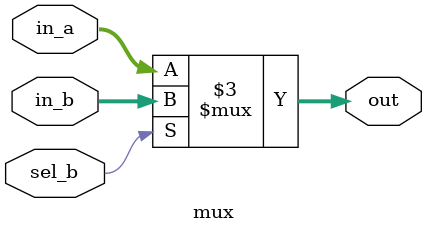
<source format=sv>

module mux
#(parameter DATA_WIDTH = 8)
(
    input logic [DATA_WIDTH-1:0] in_a, 
    input logic [DATA_WIDTH-1:0] in_b,
    input logic sel_b,
    output logic [DATA_WIDTH-1:0] out
    );

    always_comb begin: select_data
        if(sel_b) begin
            out <= in_b;
        end else begin
            out <= in_a;
        end
    end

endmodule
</source>
